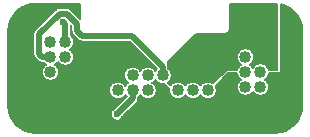
<source format=gbr>
G04 #@! TF.GenerationSoftware,KiCad,Pcbnew,(5.1.4)-1*
G04 #@! TF.CreationDate,2019-12-23T10:57:34-10:00*
G04 #@! TF.ProjectId,SkateLightConnBoard,536b6174-654c-4696-9768-74436f6e6e42,rev?*
G04 #@! TF.SameCoordinates,Original*
G04 #@! TF.FileFunction,Copper,L2,Bot*
G04 #@! TF.FilePolarity,Positive*
%FSLAX46Y46*%
G04 Gerber Fmt 4.6, Leading zero omitted, Abs format (unit mm)*
G04 Created by KiCad (PCBNEW (5.1.4)-1) date 2019-12-23 10:57:34*
%MOMM*%
%LPD*%
G04 APERTURE LIST*
%ADD10C,1.016000*%
%ADD11C,0.600000*%
%ADD12C,0.500000*%
%ADD13C,0.152400*%
G04 APERTURE END LIST*
D10*
X4445000Y-2171700D03*
X4445000Y-901700D03*
X3175000Y-2171700D03*
X3175000Y-901700D03*
X1905000Y-2171700D03*
X1905000Y-901700D03*
X635000Y-2171700D03*
X635000Y-901700D03*
X-635000Y-2171700D03*
X-635000Y-901700D03*
X-1905000Y-2171700D03*
X-1905000Y-901700D03*
X-3175000Y-2171700D03*
X-3175000Y-901700D03*
X-4445000Y-2171700D03*
X-4445000Y-901700D03*
X7620000Y1905000D03*
X8890000Y1905000D03*
X7620000Y635000D03*
X8890000Y635000D03*
X7620000Y-635000D03*
X8890000Y-635000D03*
X7620000Y-1905000D03*
X8890000Y-1905000D03*
X-7620000Y-1905000D03*
X-8890000Y-1905000D03*
X-7620000Y-635000D03*
X-8890000Y-635000D03*
X-7620000Y635000D03*
X-8890000Y635000D03*
X-7620000Y1905000D03*
X-8890000Y1905000D03*
D11*
X-6060440Y-5280660D03*
X-9398000Y-5135880D03*
X-11430000Y-3175000D03*
X-11430000Y182880D03*
X-11430000Y3683000D03*
X-2585720Y-5227320D03*
X1369060Y-3721100D03*
X-5842000Y-2032000D03*
X-7807960Y3616960D03*
X-3252761Y-4215421D03*
X8509000Y-5334000D03*
X11430000Y-2667000D03*
X11430000Y508000D03*
X11430000Y3429000D03*
D12*
X635000Y-901700D02*
X635000Y-183280D01*
X635000Y-183280D02*
X-1978370Y2430090D01*
X-1978370Y2430090D02*
X-6184518Y2430090D01*
X-6184518Y2430090D02*
X-6617430Y2863001D01*
X-9848001Y2575835D02*
X-9848001Y874581D01*
X-9608420Y635000D02*
X-8890000Y635000D01*
X-8104474Y4319362D02*
X-9848001Y2575835D01*
X-7470806Y4319362D02*
X-8104474Y4319362D01*
X-6617430Y3465986D02*
X-7470806Y4319362D01*
X-9848001Y874581D02*
X-9608420Y635000D01*
X-6617430Y2863001D02*
X-6617430Y3465986D01*
X-7620000Y3429000D02*
X-7807960Y3616960D01*
X-7620000Y1905000D02*
X-7620000Y3429000D01*
X-1905000Y-2867660D02*
X-3252761Y-4215421D01*
X-1905000Y-2171700D02*
X-1905000Y-2867660D01*
X1905000Y-901700D02*
X3175000Y-901700D01*
X3175000Y-901700D02*
X4445000Y-901700D01*
D13*
G36*
X-6401322Y5141489D02*
G01*
X-6389613Y5137954D01*
X-6378812Y5132211D01*
X-6369329Y5124477D01*
X-6361534Y5115055D01*
X-6355713Y5104289D01*
X-6352097Y5092608D01*
X-6349600Y5068853D01*
X-6349599Y3874998D01*
X-7115764Y4641162D01*
X-7130748Y4659420D01*
X-7203624Y4719228D01*
X-7286768Y4763670D01*
X-7376984Y4791036D01*
X-7447302Y4797962D01*
X-7447310Y4797962D01*
X-7470806Y4800276D01*
X-7494302Y4797962D01*
X-8080978Y4797962D01*
X-8104474Y4800276D01*
X-8127970Y4797962D01*
X-8127978Y4797962D01*
X-8198296Y4791036D01*
X-8288513Y4763670D01*
X-8371656Y4719228D01*
X-8426276Y4674403D01*
X-8426280Y4674399D01*
X-8444532Y4659420D01*
X-8459512Y4641167D01*
X-10169801Y2930877D01*
X-10188059Y2915893D01*
X-10247867Y2843017D01*
X-10292309Y2759872D01*
X-10319675Y2669656D01*
X-10326601Y2599338D01*
X-10326601Y2599331D01*
X-10328915Y2575835D01*
X-10326601Y2552339D01*
X-10326600Y898087D01*
X-10328915Y874581D01*
X-10319675Y780760D01*
X-10292308Y690543D01*
X-10247867Y607400D01*
X-10203042Y552780D01*
X-10203037Y552775D01*
X-10188058Y534523D01*
X-10169806Y519544D01*
X-9963462Y313200D01*
X-9948478Y294942D01*
X-9875602Y235134D01*
X-9792458Y190692D01*
X-9702242Y163326D01*
X-9631924Y156400D01*
X-9631916Y156400D01*
X-9608420Y154086D01*
X-9584924Y156400D01*
X-9453110Y156400D01*
X-9359555Y62845D01*
X-9265500Y0D01*
X-9359555Y-62845D01*
X-9462155Y-165445D01*
X-9542766Y-286089D01*
X-9598293Y-420142D01*
X-9626600Y-562451D01*
X-9626600Y-707549D01*
X-9598293Y-849858D01*
X-9542766Y-983911D01*
X-9462155Y-1104555D01*
X-9359555Y-1207155D01*
X-9238911Y-1287766D01*
X-9104858Y-1343293D01*
X-8962549Y-1371600D01*
X-8817451Y-1371600D01*
X-8675142Y-1343293D01*
X-8541089Y-1287766D01*
X-8420445Y-1207155D01*
X-8317845Y-1104555D01*
X-8237234Y-983911D01*
X-8181707Y-849858D01*
X-8153400Y-707549D01*
X-8153400Y-562451D01*
X-8181707Y-420142D01*
X-8237234Y-286089D01*
X-8317845Y-165445D01*
X-8420445Y-62845D01*
X-8514500Y0D01*
X-8420445Y62845D01*
X-8317845Y165445D01*
X-8255000Y259500D01*
X-8192155Y165445D01*
X-8089555Y62845D01*
X-7968911Y-17766D01*
X-7834858Y-73293D01*
X-7692549Y-101600D01*
X-7547451Y-101600D01*
X-7405142Y-73293D01*
X-7271089Y-17766D01*
X-7150445Y62845D01*
X-7047845Y165445D01*
X-6967234Y286089D01*
X-6911707Y420142D01*
X-6883400Y562451D01*
X-6883400Y707549D01*
X-6911707Y849858D01*
X-6967234Y983911D01*
X-7047845Y1104555D01*
X-7150445Y1207155D01*
X-7244500Y1270000D01*
X-7150445Y1332845D01*
X-7047845Y1435445D01*
X-6967234Y1556089D01*
X-6911707Y1690142D01*
X-6883400Y1832451D01*
X-6883400Y1977549D01*
X-6911707Y2119858D01*
X-6967234Y2253911D01*
X-7047845Y2374555D01*
X-7141400Y2468110D01*
X-7141400Y3313113D01*
X-7096029Y3267743D01*
X-7096030Y2886498D01*
X-7098344Y2863001D01*
X-7096030Y2839505D01*
X-7096030Y2839498D01*
X-7090675Y2785131D01*
X-7089104Y2769179D01*
X-7078835Y2735327D01*
X-7061738Y2678964D01*
X-7017296Y2595819D01*
X-6957488Y2522943D01*
X-6939225Y2507955D01*
X-6539556Y2108285D01*
X-6524576Y2090032D01*
X-6506324Y2075053D01*
X-6506320Y2075049D01*
X-6451701Y2030225D01*
X-6451700Y2030224D01*
X-6368556Y1985782D01*
X-6278340Y1958416D01*
X-6208022Y1951490D01*
X-6208014Y1951490D01*
X-6184518Y1949176D01*
X-6161024Y1951490D01*
X-2176612Y1951490D01*
X134934Y-360056D01*
X62845Y-432145D01*
X0Y-526200D01*
X-62845Y-432145D01*
X-165445Y-329545D01*
X-286089Y-248934D01*
X-420142Y-193407D01*
X-562451Y-165100D01*
X-707549Y-165100D01*
X-849858Y-193407D01*
X-983911Y-248934D01*
X-1104555Y-329545D01*
X-1207155Y-432145D01*
X-1270000Y-526200D01*
X-1332845Y-432145D01*
X-1435445Y-329545D01*
X-1556089Y-248934D01*
X-1690142Y-193407D01*
X-1832451Y-165100D01*
X-1977549Y-165100D01*
X-2119858Y-193407D01*
X-2253911Y-248934D01*
X-2374555Y-329545D01*
X-2477155Y-432145D01*
X-2557766Y-552789D01*
X-2613293Y-686842D01*
X-2641600Y-829151D01*
X-2641600Y-974249D01*
X-2613293Y-1116558D01*
X-2557766Y-1250611D01*
X-2477155Y-1371255D01*
X-2374555Y-1473855D01*
X-2280500Y-1536700D01*
X-2374555Y-1599545D01*
X-2477155Y-1702145D01*
X-2540000Y-1796200D01*
X-2602845Y-1702145D01*
X-2705445Y-1599545D01*
X-2826089Y-1518934D01*
X-2960142Y-1463407D01*
X-3102451Y-1435100D01*
X-3247549Y-1435100D01*
X-3389858Y-1463407D01*
X-3523911Y-1518934D01*
X-3644555Y-1599545D01*
X-3747155Y-1702145D01*
X-3827766Y-1822789D01*
X-3883293Y-1956842D01*
X-3911600Y-2099151D01*
X-3911600Y-2244249D01*
X-3883293Y-2386558D01*
X-3827766Y-2520611D01*
X-3747155Y-2641255D01*
X-3644555Y-2743855D01*
X-3523911Y-2824466D01*
X-3389858Y-2879993D01*
X-3247549Y-2908300D01*
X-3102451Y-2908300D01*
X-2960142Y-2879993D01*
X-2826089Y-2824466D01*
X-2705445Y-2743855D01*
X-2602845Y-2641255D01*
X-2540000Y-2547200D01*
X-2477155Y-2641255D01*
X-2416296Y-2702114D01*
X-3431476Y-3717294D01*
X-3503147Y-3746981D01*
X-3589724Y-3804830D01*
X-3663352Y-3878458D01*
X-3721201Y-3965035D01*
X-3761048Y-4061234D01*
X-3781361Y-4163358D01*
X-3781361Y-4267484D01*
X-3761048Y-4369608D01*
X-3721201Y-4465807D01*
X-3663352Y-4552384D01*
X-3589724Y-4626012D01*
X-3503147Y-4683861D01*
X-3406948Y-4723708D01*
X-3304824Y-4744021D01*
X-3200698Y-4744021D01*
X-3098574Y-4723708D01*
X-3002375Y-4683861D01*
X-2915798Y-4626012D01*
X-2842170Y-4552384D01*
X-2784321Y-4465807D01*
X-2754634Y-4394136D01*
X-1583195Y-3222698D01*
X-1564942Y-3207718D01*
X-1549963Y-3189466D01*
X-1549959Y-3189462D01*
X-1505134Y-3134842D01*
X-1460693Y-3051699D01*
X-1460692Y-3051698D01*
X-1433326Y-2961482D01*
X-1426400Y-2891164D01*
X-1426400Y-2891156D01*
X-1424086Y-2867660D01*
X-1426400Y-2844164D01*
X-1426400Y-2734810D01*
X-1332845Y-2641255D01*
X-1270000Y-2547200D01*
X-1207155Y-2641255D01*
X-1104555Y-2743855D01*
X-983911Y-2824466D01*
X-849858Y-2879993D01*
X-707549Y-2908300D01*
X-562451Y-2908300D01*
X-420142Y-2879993D01*
X-286089Y-2824466D01*
X-165445Y-2743855D01*
X-62845Y-2641255D01*
X17766Y-2520611D01*
X73293Y-2386558D01*
X101600Y-2244249D01*
X101600Y-2099151D01*
X73293Y-1956842D01*
X17766Y-1822789D01*
X-62845Y-1702145D01*
X-165445Y-1599545D01*
X-259500Y-1536700D01*
X-165445Y-1473855D01*
X-62845Y-1371255D01*
X0Y-1277200D01*
X62845Y-1371255D01*
X165445Y-1473855D01*
X286089Y-1554466D01*
X420142Y-1609993D01*
X562451Y-1638300D01*
X707549Y-1638300D01*
X787400Y-1622417D01*
X787400Y-1778000D01*
X791792Y-1822598D01*
X804801Y-1865481D01*
X825926Y-1905003D01*
X854355Y-1939645D01*
X888997Y-1968074D01*
X928519Y-1989199D01*
X971402Y-2002208D01*
X1016000Y-2006600D01*
X1186810Y-2006600D01*
X1168400Y-2099151D01*
X1168400Y-2244249D01*
X1196707Y-2386558D01*
X1252234Y-2520611D01*
X1332845Y-2641255D01*
X1435445Y-2743855D01*
X1556089Y-2824466D01*
X1690142Y-2879993D01*
X1832451Y-2908300D01*
X1977549Y-2908300D01*
X2119858Y-2879993D01*
X2253911Y-2824466D01*
X2374555Y-2743855D01*
X2477155Y-2641255D01*
X2540000Y-2547200D01*
X2602845Y-2641255D01*
X2705445Y-2743855D01*
X2826089Y-2824466D01*
X2960142Y-2879993D01*
X3102451Y-2908300D01*
X3247549Y-2908300D01*
X3389858Y-2879993D01*
X3523911Y-2824466D01*
X3644555Y-2743855D01*
X3747155Y-2641255D01*
X3810000Y-2547200D01*
X3872845Y-2641255D01*
X3975445Y-2743855D01*
X4096089Y-2824466D01*
X4230142Y-2879993D01*
X4372451Y-2908300D01*
X4517549Y-2908300D01*
X4659858Y-2879993D01*
X4793911Y-2824466D01*
X4914555Y-2743855D01*
X5017155Y-2641255D01*
X5097766Y-2520611D01*
X5153293Y-2386558D01*
X5181600Y-2244249D01*
X5181600Y-2099151D01*
X5153293Y-1956842D01*
X5099739Y-1827551D01*
X6190690Y-736600D01*
X6889179Y-736600D01*
X6911707Y-849858D01*
X6967234Y-983911D01*
X7047845Y-1104555D01*
X7150445Y-1207155D01*
X7244500Y-1270000D01*
X7150445Y-1332845D01*
X7047845Y-1435445D01*
X6967234Y-1556089D01*
X6911707Y-1690142D01*
X6883400Y-1832451D01*
X6883400Y-1977549D01*
X6911707Y-2119858D01*
X6967234Y-2253911D01*
X7047845Y-2374555D01*
X7150445Y-2477155D01*
X7271089Y-2557766D01*
X7405142Y-2613293D01*
X7547451Y-2641600D01*
X7692549Y-2641600D01*
X7834858Y-2613293D01*
X7968911Y-2557766D01*
X8089555Y-2477155D01*
X8192155Y-2374555D01*
X8255000Y-2280500D01*
X8317845Y-2374555D01*
X8420445Y-2477155D01*
X8541089Y-2557766D01*
X8675142Y-2613293D01*
X8817451Y-2641600D01*
X8962549Y-2641600D01*
X9104858Y-2613293D01*
X9238911Y-2557766D01*
X9359555Y-2477155D01*
X9462155Y-2374555D01*
X9542766Y-2253911D01*
X9598293Y-2119858D01*
X9626600Y-1977549D01*
X9626600Y-1832451D01*
X9598293Y-1690142D01*
X9542766Y-1556089D01*
X9462155Y-1435445D01*
X9359555Y-1332845D01*
X9265500Y-1270000D01*
X9359555Y-1207155D01*
X9462155Y-1104555D01*
X9542766Y-983911D01*
X9598293Y-849858D01*
X9620821Y-736600D01*
X10414000Y-736600D01*
X10458598Y-732208D01*
X10501481Y-719199D01*
X10541003Y-698074D01*
X10575645Y-669645D01*
X10604074Y-635003D01*
X10625199Y-595481D01*
X10638208Y-552598D01*
X10642600Y-508000D01*
X10642600Y5087467D01*
X11030813Y4970259D01*
X11424599Y4760880D01*
X11770220Y4478999D01*
X12054501Y4135361D01*
X12266626Y3743045D01*
X12398509Y3317003D01*
X12446385Y2861492D01*
X12446401Y2856900D01*
X12446400Y-3480093D01*
X12401662Y-3936363D01*
X12272759Y-4363313D01*
X12063377Y-4757102D01*
X11781497Y-5102722D01*
X11437861Y-5387001D01*
X11045546Y-5599126D01*
X10619498Y-5731009D01*
X10163993Y-5778885D01*
X10159685Y-5778900D01*
X-10147594Y-5778900D01*
X-10603863Y-5734162D01*
X-11030813Y-5605259D01*
X-11424602Y-5395877D01*
X-11770222Y-5113997D01*
X-12054501Y-4770361D01*
X-12266626Y-4378046D01*
X-12398509Y-3951998D01*
X-12446385Y-3496493D01*
X-12446400Y-3492185D01*
X-12446400Y2845094D01*
X-12401662Y3301364D01*
X-12272759Y3728313D01*
X-12063380Y4122099D01*
X-11781499Y4467720D01*
X-11437861Y4752001D01*
X-11045545Y4964126D01*
X-10619503Y5096009D01*
X-10163992Y5143885D01*
X-10159685Y5143900D01*
X-6425908Y5143900D01*
X-6401322Y5141489D01*
X-6401322Y5141489D01*
G37*
X-6401322Y5141489D02*
X-6389613Y5137954D01*
X-6378812Y5132211D01*
X-6369329Y5124477D01*
X-6361534Y5115055D01*
X-6355713Y5104289D01*
X-6352097Y5092608D01*
X-6349600Y5068853D01*
X-6349599Y3874998D01*
X-7115764Y4641162D01*
X-7130748Y4659420D01*
X-7203624Y4719228D01*
X-7286768Y4763670D01*
X-7376984Y4791036D01*
X-7447302Y4797962D01*
X-7447310Y4797962D01*
X-7470806Y4800276D01*
X-7494302Y4797962D01*
X-8080978Y4797962D01*
X-8104474Y4800276D01*
X-8127970Y4797962D01*
X-8127978Y4797962D01*
X-8198296Y4791036D01*
X-8288513Y4763670D01*
X-8371656Y4719228D01*
X-8426276Y4674403D01*
X-8426280Y4674399D01*
X-8444532Y4659420D01*
X-8459512Y4641167D01*
X-10169801Y2930877D01*
X-10188059Y2915893D01*
X-10247867Y2843017D01*
X-10292309Y2759872D01*
X-10319675Y2669656D01*
X-10326601Y2599338D01*
X-10326601Y2599331D01*
X-10328915Y2575835D01*
X-10326601Y2552339D01*
X-10326600Y898087D01*
X-10328915Y874581D01*
X-10319675Y780760D01*
X-10292308Y690543D01*
X-10247867Y607400D01*
X-10203042Y552780D01*
X-10203037Y552775D01*
X-10188058Y534523D01*
X-10169806Y519544D01*
X-9963462Y313200D01*
X-9948478Y294942D01*
X-9875602Y235134D01*
X-9792458Y190692D01*
X-9702242Y163326D01*
X-9631924Y156400D01*
X-9631916Y156400D01*
X-9608420Y154086D01*
X-9584924Y156400D01*
X-9453110Y156400D01*
X-9359555Y62845D01*
X-9265500Y0D01*
X-9359555Y-62845D01*
X-9462155Y-165445D01*
X-9542766Y-286089D01*
X-9598293Y-420142D01*
X-9626600Y-562451D01*
X-9626600Y-707549D01*
X-9598293Y-849858D01*
X-9542766Y-983911D01*
X-9462155Y-1104555D01*
X-9359555Y-1207155D01*
X-9238911Y-1287766D01*
X-9104858Y-1343293D01*
X-8962549Y-1371600D01*
X-8817451Y-1371600D01*
X-8675142Y-1343293D01*
X-8541089Y-1287766D01*
X-8420445Y-1207155D01*
X-8317845Y-1104555D01*
X-8237234Y-983911D01*
X-8181707Y-849858D01*
X-8153400Y-707549D01*
X-8153400Y-562451D01*
X-8181707Y-420142D01*
X-8237234Y-286089D01*
X-8317845Y-165445D01*
X-8420445Y-62845D01*
X-8514500Y0D01*
X-8420445Y62845D01*
X-8317845Y165445D01*
X-8255000Y259500D01*
X-8192155Y165445D01*
X-8089555Y62845D01*
X-7968911Y-17766D01*
X-7834858Y-73293D01*
X-7692549Y-101600D01*
X-7547451Y-101600D01*
X-7405142Y-73293D01*
X-7271089Y-17766D01*
X-7150445Y62845D01*
X-7047845Y165445D01*
X-6967234Y286089D01*
X-6911707Y420142D01*
X-6883400Y562451D01*
X-6883400Y707549D01*
X-6911707Y849858D01*
X-6967234Y983911D01*
X-7047845Y1104555D01*
X-7150445Y1207155D01*
X-7244500Y1270000D01*
X-7150445Y1332845D01*
X-7047845Y1435445D01*
X-6967234Y1556089D01*
X-6911707Y1690142D01*
X-6883400Y1832451D01*
X-6883400Y1977549D01*
X-6911707Y2119858D01*
X-6967234Y2253911D01*
X-7047845Y2374555D01*
X-7141400Y2468110D01*
X-7141400Y3313113D01*
X-7096029Y3267743D01*
X-7096030Y2886498D01*
X-7098344Y2863001D01*
X-7096030Y2839505D01*
X-7096030Y2839498D01*
X-7090675Y2785131D01*
X-7089104Y2769179D01*
X-7078835Y2735327D01*
X-7061738Y2678964D01*
X-7017296Y2595819D01*
X-6957488Y2522943D01*
X-6939225Y2507955D01*
X-6539556Y2108285D01*
X-6524576Y2090032D01*
X-6506324Y2075053D01*
X-6506320Y2075049D01*
X-6451701Y2030225D01*
X-6451700Y2030224D01*
X-6368556Y1985782D01*
X-6278340Y1958416D01*
X-6208022Y1951490D01*
X-6208014Y1951490D01*
X-6184518Y1949176D01*
X-6161024Y1951490D01*
X-2176612Y1951490D01*
X134934Y-360056D01*
X62845Y-432145D01*
X0Y-526200D01*
X-62845Y-432145D01*
X-165445Y-329545D01*
X-286089Y-248934D01*
X-420142Y-193407D01*
X-562451Y-165100D01*
X-707549Y-165100D01*
X-849858Y-193407D01*
X-983911Y-248934D01*
X-1104555Y-329545D01*
X-1207155Y-432145D01*
X-1270000Y-526200D01*
X-1332845Y-432145D01*
X-1435445Y-329545D01*
X-1556089Y-248934D01*
X-1690142Y-193407D01*
X-1832451Y-165100D01*
X-1977549Y-165100D01*
X-2119858Y-193407D01*
X-2253911Y-248934D01*
X-2374555Y-329545D01*
X-2477155Y-432145D01*
X-2557766Y-552789D01*
X-2613293Y-686842D01*
X-2641600Y-829151D01*
X-2641600Y-974249D01*
X-2613293Y-1116558D01*
X-2557766Y-1250611D01*
X-2477155Y-1371255D01*
X-2374555Y-1473855D01*
X-2280500Y-1536700D01*
X-2374555Y-1599545D01*
X-2477155Y-1702145D01*
X-2540000Y-1796200D01*
X-2602845Y-1702145D01*
X-2705445Y-1599545D01*
X-2826089Y-1518934D01*
X-2960142Y-1463407D01*
X-3102451Y-1435100D01*
X-3247549Y-1435100D01*
X-3389858Y-1463407D01*
X-3523911Y-1518934D01*
X-3644555Y-1599545D01*
X-3747155Y-1702145D01*
X-3827766Y-1822789D01*
X-3883293Y-1956842D01*
X-3911600Y-2099151D01*
X-3911600Y-2244249D01*
X-3883293Y-2386558D01*
X-3827766Y-2520611D01*
X-3747155Y-2641255D01*
X-3644555Y-2743855D01*
X-3523911Y-2824466D01*
X-3389858Y-2879993D01*
X-3247549Y-2908300D01*
X-3102451Y-2908300D01*
X-2960142Y-2879993D01*
X-2826089Y-2824466D01*
X-2705445Y-2743855D01*
X-2602845Y-2641255D01*
X-2540000Y-2547200D01*
X-2477155Y-2641255D01*
X-2416296Y-2702114D01*
X-3431476Y-3717294D01*
X-3503147Y-3746981D01*
X-3589724Y-3804830D01*
X-3663352Y-3878458D01*
X-3721201Y-3965035D01*
X-3761048Y-4061234D01*
X-3781361Y-4163358D01*
X-3781361Y-4267484D01*
X-3761048Y-4369608D01*
X-3721201Y-4465807D01*
X-3663352Y-4552384D01*
X-3589724Y-4626012D01*
X-3503147Y-4683861D01*
X-3406948Y-4723708D01*
X-3304824Y-4744021D01*
X-3200698Y-4744021D01*
X-3098574Y-4723708D01*
X-3002375Y-4683861D01*
X-2915798Y-4626012D01*
X-2842170Y-4552384D01*
X-2784321Y-4465807D01*
X-2754634Y-4394136D01*
X-1583195Y-3222698D01*
X-1564942Y-3207718D01*
X-1549963Y-3189466D01*
X-1549959Y-3189462D01*
X-1505134Y-3134842D01*
X-1460693Y-3051699D01*
X-1460692Y-3051698D01*
X-1433326Y-2961482D01*
X-1426400Y-2891164D01*
X-1426400Y-2891156D01*
X-1424086Y-2867660D01*
X-1426400Y-2844164D01*
X-1426400Y-2734810D01*
X-1332845Y-2641255D01*
X-1270000Y-2547200D01*
X-1207155Y-2641255D01*
X-1104555Y-2743855D01*
X-983911Y-2824466D01*
X-849858Y-2879993D01*
X-707549Y-2908300D01*
X-562451Y-2908300D01*
X-420142Y-2879993D01*
X-286089Y-2824466D01*
X-165445Y-2743855D01*
X-62845Y-2641255D01*
X17766Y-2520611D01*
X73293Y-2386558D01*
X101600Y-2244249D01*
X101600Y-2099151D01*
X73293Y-1956842D01*
X17766Y-1822789D01*
X-62845Y-1702145D01*
X-165445Y-1599545D01*
X-259500Y-1536700D01*
X-165445Y-1473855D01*
X-62845Y-1371255D01*
X0Y-1277200D01*
X62845Y-1371255D01*
X165445Y-1473855D01*
X286089Y-1554466D01*
X420142Y-1609993D01*
X562451Y-1638300D01*
X707549Y-1638300D01*
X787400Y-1622417D01*
X787400Y-1778000D01*
X791792Y-1822598D01*
X804801Y-1865481D01*
X825926Y-1905003D01*
X854355Y-1939645D01*
X888997Y-1968074D01*
X928519Y-1989199D01*
X971402Y-2002208D01*
X1016000Y-2006600D01*
X1186810Y-2006600D01*
X1168400Y-2099151D01*
X1168400Y-2244249D01*
X1196707Y-2386558D01*
X1252234Y-2520611D01*
X1332845Y-2641255D01*
X1435445Y-2743855D01*
X1556089Y-2824466D01*
X1690142Y-2879993D01*
X1832451Y-2908300D01*
X1977549Y-2908300D01*
X2119858Y-2879993D01*
X2253911Y-2824466D01*
X2374555Y-2743855D01*
X2477155Y-2641255D01*
X2540000Y-2547200D01*
X2602845Y-2641255D01*
X2705445Y-2743855D01*
X2826089Y-2824466D01*
X2960142Y-2879993D01*
X3102451Y-2908300D01*
X3247549Y-2908300D01*
X3389858Y-2879993D01*
X3523911Y-2824466D01*
X3644555Y-2743855D01*
X3747155Y-2641255D01*
X3810000Y-2547200D01*
X3872845Y-2641255D01*
X3975445Y-2743855D01*
X4096089Y-2824466D01*
X4230142Y-2879993D01*
X4372451Y-2908300D01*
X4517549Y-2908300D01*
X4659858Y-2879993D01*
X4793911Y-2824466D01*
X4914555Y-2743855D01*
X5017155Y-2641255D01*
X5097766Y-2520611D01*
X5153293Y-2386558D01*
X5181600Y-2244249D01*
X5181600Y-2099151D01*
X5153293Y-1956842D01*
X5099739Y-1827551D01*
X6190690Y-736600D01*
X6889179Y-736600D01*
X6911707Y-849858D01*
X6967234Y-983911D01*
X7047845Y-1104555D01*
X7150445Y-1207155D01*
X7244500Y-1270000D01*
X7150445Y-1332845D01*
X7047845Y-1435445D01*
X6967234Y-1556089D01*
X6911707Y-1690142D01*
X6883400Y-1832451D01*
X6883400Y-1977549D01*
X6911707Y-2119858D01*
X6967234Y-2253911D01*
X7047845Y-2374555D01*
X7150445Y-2477155D01*
X7271089Y-2557766D01*
X7405142Y-2613293D01*
X7547451Y-2641600D01*
X7692549Y-2641600D01*
X7834858Y-2613293D01*
X7968911Y-2557766D01*
X8089555Y-2477155D01*
X8192155Y-2374555D01*
X8255000Y-2280500D01*
X8317845Y-2374555D01*
X8420445Y-2477155D01*
X8541089Y-2557766D01*
X8675142Y-2613293D01*
X8817451Y-2641600D01*
X8962549Y-2641600D01*
X9104858Y-2613293D01*
X9238911Y-2557766D01*
X9359555Y-2477155D01*
X9462155Y-2374555D01*
X9542766Y-2253911D01*
X9598293Y-2119858D01*
X9626600Y-1977549D01*
X9626600Y-1832451D01*
X9598293Y-1690142D01*
X9542766Y-1556089D01*
X9462155Y-1435445D01*
X9359555Y-1332845D01*
X9265500Y-1270000D01*
X9359555Y-1207155D01*
X9462155Y-1104555D01*
X9542766Y-983911D01*
X9598293Y-849858D01*
X9620821Y-736600D01*
X10414000Y-736600D01*
X10458598Y-732208D01*
X10501481Y-719199D01*
X10541003Y-698074D01*
X10575645Y-669645D01*
X10604074Y-635003D01*
X10625199Y-595481D01*
X10638208Y-552598D01*
X10642600Y-508000D01*
X10642600Y5087467D01*
X11030813Y4970259D01*
X11424599Y4760880D01*
X11770220Y4478999D01*
X12054501Y4135361D01*
X12266626Y3743045D01*
X12398509Y3317003D01*
X12446385Y2861492D01*
X12446401Y2856900D01*
X12446400Y-3480093D01*
X12401662Y-3936363D01*
X12272759Y-4363313D01*
X12063377Y-4757102D01*
X11781497Y-5102722D01*
X11437861Y-5387001D01*
X11045546Y-5599126D01*
X10619498Y-5731009D01*
X10163993Y-5778885D01*
X10159685Y-5778900D01*
X-10147594Y-5778900D01*
X-10603863Y-5734162D01*
X-11030813Y-5605259D01*
X-11424602Y-5395877D01*
X-11770222Y-5113997D01*
X-12054501Y-4770361D01*
X-12266626Y-4378046D01*
X-12398509Y-3951998D01*
X-12446385Y-3496493D01*
X-12446400Y-3492185D01*
X-12446400Y2845094D01*
X-12401662Y3301364D01*
X-12272759Y3728313D01*
X-12063380Y4122099D01*
X-11781499Y4467720D01*
X-11437861Y4752001D01*
X-11045545Y4964126D01*
X-10619503Y5096009D01*
X-10163992Y5143885D01*
X-10159685Y5143900D01*
X-6425908Y5143900D01*
X-6401322Y5141489D01*
G36*
X10337800Y5125250D02*
G01*
X10337800Y-431800D01*
X9600612Y-431800D01*
X9598293Y-420142D01*
X9542766Y-286089D01*
X9462155Y-165445D01*
X9359555Y-62845D01*
X9238911Y17766D01*
X9104858Y73293D01*
X8962549Y101600D01*
X8817451Y101600D01*
X8675142Y73293D01*
X8541089Y17766D01*
X8420445Y-62845D01*
X8317845Y-165445D01*
X8255000Y-259500D01*
X8192155Y-165445D01*
X8089555Y-62845D01*
X7995500Y0D01*
X8089555Y62845D01*
X8192155Y165445D01*
X8272766Y286089D01*
X8328293Y420142D01*
X8356600Y562451D01*
X8356600Y707549D01*
X8328293Y849858D01*
X8272766Y983911D01*
X8192155Y1104555D01*
X8089555Y1207155D01*
X7968911Y1287766D01*
X7834858Y1343293D01*
X7692549Y1371600D01*
X7547451Y1371600D01*
X7405142Y1343293D01*
X7271089Y1287766D01*
X7150445Y1207155D01*
X7047845Y1104555D01*
X6967234Y983911D01*
X6911707Y849858D01*
X6883400Y707549D01*
X6883400Y562451D01*
X6911707Y420142D01*
X6967234Y286089D01*
X7047845Y165445D01*
X7150445Y62845D01*
X7244500Y0D01*
X7150445Y-62845D01*
X7047845Y-165445D01*
X6967234Y-286089D01*
X6911707Y-420142D01*
X6909388Y-431800D01*
X6096000Y-431800D01*
X6081134Y-433264D01*
X6066840Y-437600D01*
X6053666Y-444642D01*
X6042118Y-454118D01*
X4903846Y-1592390D01*
X4793911Y-1518934D01*
X4659858Y-1463407D01*
X4517549Y-1435100D01*
X4372451Y-1435100D01*
X4230142Y-1463407D01*
X4096089Y-1518934D01*
X3975445Y-1599545D01*
X3873190Y-1701800D01*
X3746810Y-1701800D01*
X3644555Y-1599545D01*
X3523911Y-1518934D01*
X3389858Y-1463407D01*
X3247549Y-1435100D01*
X3102451Y-1435100D01*
X2960142Y-1463407D01*
X2826089Y-1518934D01*
X2705445Y-1599545D01*
X2603190Y-1701800D01*
X2476810Y-1701800D01*
X2374555Y-1599545D01*
X2253911Y-1518934D01*
X2119858Y-1463407D01*
X1977549Y-1435100D01*
X1832451Y-1435100D01*
X1690142Y-1463407D01*
X1556089Y-1518934D01*
X1435445Y-1599545D01*
X1333190Y-1701800D01*
X1206810Y-1701800D01*
X1104555Y-1599545D01*
X1092200Y-1591290D01*
X1092200Y-1482110D01*
X1104555Y-1473855D01*
X1207155Y-1371255D01*
X1287766Y-1250611D01*
X1343293Y-1116558D01*
X1371600Y-974249D01*
X1371600Y-829151D01*
X1343293Y-686842D01*
X1287766Y-552789D01*
X1207155Y-432145D01*
X1113600Y-338590D01*
X1113600Y-206773D01*
X1115914Y-183279D01*
X1113600Y-159786D01*
X1113600Y-159776D01*
X1106674Y-89458D01*
X1092200Y-41742D01*
X1092200Y222436D01*
X3473664Y2603900D01*
X5790959Y2603900D01*
X5801778Y2604965D01*
X5803701Y2604952D01*
X5807225Y2605297D01*
X5868850Y2611774D01*
X5891394Y2616402D01*
X5913941Y2620703D01*
X5917331Y2621726D01*
X5976525Y2640049D01*
X5997715Y2648956D01*
X6019030Y2657568D01*
X6022156Y2659230D01*
X6076664Y2688703D01*
X6095729Y2701563D01*
X6114950Y2714141D01*
X6117694Y2716379D01*
X6117697Y2716381D01*
X6117700Y2716384D01*
X6165439Y2755877D01*
X6181639Y2772190D01*
X6198058Y2788269D01*
X6200316Y2790997D01*
X6239478Y2839016D01*
X6252190Y2858148D01*
X6265183Y2877125D01*
X6266867Y2880240D01*
X6295958Y2934951D01*
X6304726Y2956224D01*
X6313772Y2977329D01*
X6314819Y2980712D01*
X6332729Y3040033D01*
X6337193Y3062579D01*
X6341972Y3085061D01*
X6342343Y3088583D01*
X6348390Y3150252D01*
X6348390Y3150255D01*
X6349600Y3162541D01*
X6349600Y5067592D01*
X6352011Y5092178D01*
X6355546Y5103887D01*
X6361289Y5114688D01*
X6369023Y5124171D01*
X6378445Y5131966D01*
X6389211Y5137787D01*
X6400892Y5141403D01*
X6424652Y5143900D01*
X10147594Y5143900D01*
X10337800Y5125250D01*
X10337800Y5125250D01*
G37*
X10337800Y5125250D02*
X10337800Y-431800D01*
X9600612Y-431800D01*
X9598293Y-420142D01*
X9542766Y-286089D01*
X9462155Y-165445D01*
X9359555Y-62845D01*
X9238911Y17766D01*
X9104858Y73293D01*
X8962549Y101600D01*
X8817451Y101600D01*
X8675142Y73293D01*
X8541089Y17766D01*
X8420445Y-62845D01*
X8317845Y-165445D01*
X8255000Y-259500D01*
X8192155Y-165445D01*
X8089555Y-62845D01*
X7995500Y0D01*
X8089555Y62845D01*
X8192155Y165445D01*
X8272766Y286089D01*
X8328293Y420142D01*
X8356600Y562451D01*
X8356600Y707549D01*
X8328293Y849858D01*
X8272766Y983911D01*
X8192155Y1104555D01*
X8089555Y1207155D01*
X7968911Y1287766D01*
X7834858Y1343293D01*
X7692549Y1371600D01*
X7547451Y1371600D01*
X7405142Y1343293D01*
X7271089Y1287766D01*
X7150445Y1207155D01*
X7047845Y1104555D01*
X6967234Y983911D01*
X6911707Y849858D01*
X6883400Y707549D01*
X6883400Y562451D01*
X6911707Y420142D01*
X6967234Y286089D01*
X7047845Y165445D01*
X7150445Y62845D01*
X7244500Y0D01*
X7150445Y-62845D01*
X7047845Y-165445D01*
X6967234Y-286089D01*
X6911707Y-420142D01*
X6909388Y-431800D01*
X6096000Y-431800D01*
X6081134Y-433264D01*
X6066840Y-437600D01*
X6053666Y-444642D01*
X6042118Y-454118D01*
X4903846Y-1592390D01*
X4793911Y-1518934D01*
X4659858Y-1463407D01*
X4517549Y-1435100D01*
X4372451Y-1435100D01*
X4230142Y-1463407D01*
X4096089Y-1518934D01*
X3975445Y-1599545D01*
X3873190Y-1701800D01*
X3746810Y-1701800D01*
X3644555Y-1599545D01*
X3523911Y-1518934D01*
X3389858Y-1463407D01*
X3247549Y-1435100D01*
X3102451Y-1435100D01*
X2960142Y-1463407D01*
X2826089Y-1518934D01*
X2705445Y-1599545D01*
X2603190Y-1701800D01*
X2476810Y-1701800D01*
X2374555Y-1599545D01*
X2253911Y-1518934D01*
X2119858Y-1463407D01*
X1977549Y-1435100D01*
X1832451Y-1435100D01*
X1690142Y-1463407D01*
X1556089Y-1518934D01*
X1435445Y-1599545D01*
X1333190Y-1701800D01*
X1206810Y-1701800D01*
X1104555Y-1599545D01*
X1092200Y-1591290D01*
X1092200Y-1482110D01*
X1104555Y-1473855D01*
X1207155Y-1371255D01*
X1287766Y-1250611D01*
X1343293Y-1116558D01*
X1371600Y-974249D01*
X1371600Y-829151D01*
X1343293Y-686842D01*
X1287766Y-552789D01*
X1207155Y-432145D01*
X1113600Y-338590D01*
X1113600Y-206773D01*
X1115914Y-183279D01*
X1113600Y-159786D01*
X1113600Y-159776D01*
X1106674Y-89458D01*
X1092200Y-41742D01*
X1092200Y222436D01*
X3473664Y2603900D01*
X5790959Y2603900D01*
X5801778Y2604965D01*
X5803701Y2604952D01*
X5807225Y2605297D01*
X5868850Y2611774D01*
X5891394Y2616402D01*
X5913941Y2620703D01*
X5917331Y2621726D01*
X5976525Y2640049D01*
X5997715Y2648956D01*
X6019030Y2657568D01*
X6022156Y2659230D01*
X6076664Y2688703D01*
X6095729Y2701563D01*
X6114950Y2714141D01*
X6117694Y2716379D01*
X6117697Y2716381D01*
X6117700Y2716384D01*
X6165439Y2755877D01*
X6181639Y2772190D01*
X6198058Y2788269D01*
X6200316Y2790997D01*
X6239478Y2839016D01*
X6252190Y2858148D01*
X6265183Y2877125D01*
X6266867Y2880240D01*
X6295958Y2934951D01*
X6304726Y2956224D01*
X6313772Y2977329D01*
X6314819Y2980712D01*
X6332729Y3040033D01*
X6337193Y3062579D01*
X6341972Y3085061D01*
X6342343Y3088583D01*
X6348390Y3150252D01*
X6348390Y3150255D01*
X6349600Y3162541D01*
X6349600Y5067592D01*
X6352011Y5092178D01*
X6355546Y5103887D01*
X6361289Y5114688D01*
X6369023Y5124171D01*
X6378445Y5131966D01*
X6389211Y5137787D01*
X6400892Y5141403D01*
X6424652Y5143900D01*
X10147594Y5143900D01*
X10337800Y5125250D01*
M02*

</source>
